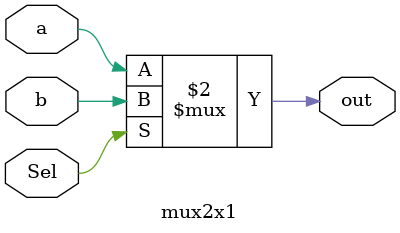
<source format=v>
module mux2x1 (input wire Sel,
input wire  a,
input wire  b,
output wire out);

assign out = (Sel ==0 ?a:b); 

endmodule


</source>
